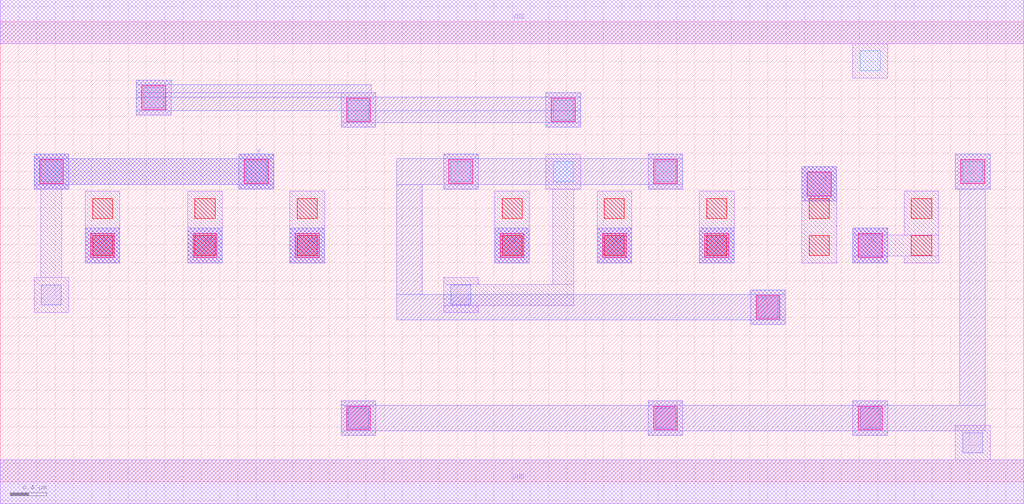
<source format=lef>
MACRO AAOAI3221
 CLASS CORE ;
 FOREIGN AAOAI3221 0 0 ;
 SIZE 11.200000000000001 BY 5.04 ;
 ORIGIN 0 0 ;
 SYMMETRY X Y R90 ;
 SITE unit ;
  PIN VDD
   DIRECTION INOUT ;
   USE POWER ;
   SHAPE ABUTMENT ;
    PORT
     CLASS CORE ;
       LAYER met1 ;
        RECT 0.00000000 4.80000000 11.20000000 5.28000000 ;
    END
  END VDD

  PIN GND
   DIRECTION INOUT ;
   USE POWER ;
   SHAPE ABUTMENT ;
    PORT
     CLASS CORE ;
       LAYER met1 ;
        RECT 0.00000000 -0.24000000 11.20000000 0.24000000 ;
    END
  END GND

  PIN Y
   DIRECTION INOUT ;
   USE SIGNAL ;
   SHAPE ABUTMENT ;
    PORT
     CLASS CORE ;
       LAYER met2 ;
        RECT 0.37000000 3.20700000 0.75000000 3.25700000 ;
        RECT 2.61000000 3.20700000 2.99000000 3.25700000 ;
        RECT 0.37000000 3.25700000 2.99000000 3.53700000 ;
        RECT 0.37000000 3.53700000 0.75000000 3.58700000 ;
        RECT 2.61000000 3.53700000 2.99000000 3.58700000 ;
    END
  END Y

  PIN C
   DIRECTION INOUT ;
   USE SIGNAL ;
   SHAPE ABUTMENT ;
    PORT
     CLASS CORE ;
       LAYER met2 ;
        RECT 7.65000000 2.39700000 8.03000000 2.77700000 ;
    END
  END C

  PIN A2
   DIRECTION INOUT ;
   USE SIGNAL ;
   SHAPE ABUTMENT ;
    PORT
     CLASS CORE ;
       LAYER met2 ;
        RECT 3.17000000 2.39700000 3.55000000 2.77700000 ;
    END
  END A2

  PIN C1
   DIRECTION INOUT ;
   USE SIGNAL ;
   SHAPE ABUTMENT ;
    PORT
     CLASS CORE ;
       LAYER met2 ;
        RECT 8.77000000 3.07200000 9.15000000 3.45200000 ;
    END
  END C1

  PIN D
   DIRECTION INOUT ;
   USE SIGNAL ;
   SHAPE ABUTMENT ;
    PORT
     CLASS CORE ;
       LAYER met2 ;
        RECT 9.33000000 2.39700000 9.71000000 2.77700000 ;
    END
  END D

  PIN A
   DIRECTION INOUT ;
   USE SIGNAL ;
   SHAPE ABUTMENT ;
    PORT
     CLASS CORE ;
       LAYER met2 ;
        RECT 0.93000000 2.39700000 1.31000000 2.77700000 ;
    END
  END A

  PIN A1
   DIRECTION INOUT ;
   USE SIGNAL ;
   SHAPE ABUTMENT ;
    PORT
     CLASS CORE ;
       LAYER met2 ;
        RECT 2.05000000 2.39700000 2.43000000 2.77700000 ;
    END
  END A1

  PIN B
   DIRECTION INOUT ;
   USE SIGNAL ;
   SHAPE ABUTMENT ;
    PORT
     CLASS CORE ;
       LAYER met2 ;
        RECT 5.41000000 2.39700000 5.79000000 2.77700000 ;
    END
  END B

  PIN B1
   DIRECTION INOUT ;
   USE SIGNAL ;
   SHAPE ABUTMENT ;
    PORT
     CLASS CORE ;
       LAYER met2 ;
        RECT 6.53000000 2.39700000 6.91000000 2.77700000 ;
    END
  END B1

 OBS
    LAYER polycont ;
     RECT 1.01000000 2.47700000 1.23000000 2.69700000 ;
     RECT 2.13000000 2.47700000 2.35000000 2.69700000 ;
     RECT 3.25000000 2.47700000 3.47000000 2.69700000 ;
     RECT 5.49000000 2.47700000 5.71000000 2.69700000 ;
     RECT 6.61000000 2.47700000 6.83000000 2.69700000 ;
     RECT 7.73000000 2.47700000 7.95000000 2.69700000 ;
     RECT 8.85000000 2.47700000 9.07000000 2.69700000 ;
     RECT 9.97000000 2.47700000 10.19000000 2.69700000 ;
     RECT 1.01000000 2.88200000 1.23000000 3.10200000 ;
     RECT 2.13000000 2.88200000 2.35000000 3.10200000 ;
     RECT 3.25000000 2.88200000 3.47000000 3.10200000 ;
     RECT 5.49000000 2.88200000 5.71000000 3.10200000 ;
     RECT 6.61000000 2.88200000 6.83000000 3.10200000 ;
     RECT 7.73000000 2.88200000 7.95000000 3.10200000 ;
     RECT 8.85000000 2.88200000 9.07000000 3.10200000 ;
     RECT 9.97000000 2.88200000 10.19000000 3.10200000 ;

    LAYER pdiffc ;
     RECT 0.45000000 3.28700000 0.67000000 3.50700000 ;
     RECT 2.69000000 3.28700000 2.91000000 3.50700000 ;
     RECT 4.93000000 3.28700000 5.15000000 3.50700000 ;
     RECT 6.05000000 3.28700000 6.27000000 3.50700000 ;
     RECT 7.17000000 3.28700000 7.39000000 3.50700000 ;
     RECT 10.53000000 3.28700000 10.75000000 3.50700000 ;
     RECT 3.81000000 3.96200000 4.03000000 4.18200000 ;
     RECT 6.05000000 3.96200000 6.27000000 4.18200000 ;
     RECT 1.57000000 4.09700000 1.79000000 4.31700000 ;
     RECT 9.41000000 4.50200000 9.63000000 4.72200000 ;

    LAYER ndiffc ;
     RECT 10.53000000 0.31700000 10.75000000 0.53700000 ;
     RECT 3.81000000 0.58700000 4.03000000 0.80700000 ;
     RECT 7.17000000 0.58700000 7.39000000 0.80700000 ;
     RECT 9.41000000 0.58700000 9.63000000 0.80700000 ;
     RECT 8.29000000 1.80200000 8.51000000 2.02200000 ;
     RECT 0.45000000 1.93700000 0.67000000 2.15700000 ;
     RECT 4.93000000 1.93700000 5.15000000 2.15700000 ;

    LAYER met1 ;
     RECT 0.00000000 -0.24000000 11.20000000 0.24000000 ;
     RECT 10.45000000 0.24000000 10.83000000 0.61700000 ;
     RECT 3.73000000 0.50700000 4.11000000 0.88700000 ;
     RECT 7.09000000 0.50700000 7.47000000 0.88700000 ;
     RECT 9.33000000 0.50700000 9.71000000 0.88700000 ;
     RECT 8.21000000 1.72200000 8.59000000 2.10200000 ;
     RECT 0.93000000 2.39700000 1.31000000 3.18200000 ;
     RECT 2.05000000 2.39700000 2.43000000 3.18200000 ;
     RECT 3.17000000 2.39700000 3.55000000 3.18200000 ;
     RECT 5.41000000 2.39700000 5.79000000 3.18200000 ;
     RECT 6.53000000 2.39700000 6.91000000 3.18200000 ;
     RECT 7.65000000 2.39700000 8.03000000 3.18200000 ;
     RECT 9.33000000 2.39700000 9.71000000 2.47200000 ;
     RECT 9.89000000 2.39700000 10.27000000 2.47200000 ;
     RECT 9.33000000 2.47200000 10.27000000 2.70200000 ;
     RECT 9.33000000 2.70200000 9.71000000 2.77700000 ;
     RECT 9.89000000 2.70200000 10.27000000 3.18200000 ;
     RECT 8.77000000 2.39700000 9.15000000 3.45200000 ;
     RECT 0.37000000 1.85700000 0.75000000 2.23700000 ;
     RECT 0.44500000 2.23700000 0.67500000 3.20700000 ;
     RECT 0.37000000 3.20700000 0.75000000 3.58700000 ;
     RECT 2.61000000 3.20700000 2.99000000 3.58700000 ;
     RECT 4.85000000 3.20700000 5.23000000 3.58700000 ;
     RECT 4.85000000 1.85700000 5.23000000 1.93200000 ;
     RECT 4.85000000 1.93200000 6.27500000 2.16200000 ;
     RECT 4.85000000 2.16200000 5.23000000 2.23700000 ;
     RECT 6.04500000 2.16200000 6.27500000 3.20700000 ;
     RECT 5.97000000 3.20700000 6.35000000 3.58700000 ;
     RECT 7.09000000 3.20700000 7.47000000 3.58700000 ;
     RECT 10.45000000 3.20700000 10.83000000 3.58700000 ;
     RECT 3.73000000 3.88200000 4.11000000 4.26200000 ;
     RECT 5.97000000 3.88200000 6.35000000 4.26200000 ;
     RECT 1.49000000 4.01700000 1.87000000 4.39700000 ;
     RECT 9.33000000 4.42200000 9.71000000 4.80000000 ;
     RECT 0.00000000 4.80000000 11.20000000 5.28000000 ;

    LAYER via1 ;
     RECT 3.79000000 0.56700000 4.05000000 0.82700000 ;
     RECT 7.15000000 0.56700000 7.41000000 0.82700000 ;
     RECT 9.39000000 0.56700000 9.65000000 0.82700000 ;
     RECT 8.27000000 1.78200000 8.53000000 2.04200000 ;
     RECT 0.99000000 2.45700000 1.25000000 2.71700000 ;
     RECT 2.11000000 2.45700000 2.37000000 2.71700000 ;
     RECT 3.23000000 2.45700000 3.49000000 2.71700000 ;
     RECT 5.47000000 2.45700000 5.73000000 2.71700000 ;
     RECT 6.59000000 2.45700000 6.85000000 2.71700000 ;
     RECT 7.71000000 2.45700000 7.97000000 2.71700000 ;
     RECT 9.39000000 2.45700000 9.65000000 2.71700000 ;
     RECT 8.83000000 3.13200000 9.09000000 3.39200000 ;
     RECT 0.43000000 3.26700000 0.69000000 3.52700000 ;
     RECT 2.67000000 3.26700000 2.93000000 3.52700000 ;
     RECT 4.91000000 3.26700000 5.17000000 3.52700000 ;
     RECT 7.15000000 3.26700000 7.41000000 3.52700000 ;
     RECT 10.51000000 3.26700000 10.77000000 3.52700000 ;
     RECT 3.79000000 3.94200000 4.05000000 4.20200000 ;
     RECT 6.03000000 3.94200000 6.29000000 4.20200000 ;
     RECT 1.55000000 4.07700000 1.81000000 4.33700000 ;

    LAYER met2 ;
     RECT 0.93000000 2.39700000 1.31000000 2.77700000 ;
     RECT 2.05000000 2.39700000 2.43000000 2.77700000 ;
     RECT 3.17000000 2.39700000 3.55000000 2.77700000 ;
     RECT 5.41000000 2.39700000 5.79000000 2.77700000 ;
     RECT 6.53000000 2.39700000 6.91000000 2.77700000 ;
     RECT 7.65000000 2.39700000 8.03000000 2.77700000 ;
     RECT 9.33000000 2.39700000 9.71000000 2.77700000 ;
     RECT 8.77000000 3.07200000 9.15000000 3.45200000 ;
     RECT 0.37000000 3.20700000 0.75000000 3.25700000 ;
     RECT 2.61000000 3.20700000 2.99000000 3.25700000 ;
     RECT 0.37000000 3.25700000 2.99000000 3.53700000 ;
     RECT 0.37000000 3.53700000 0.75000000 3.58700000 ;
     RECT 2.61000000 3.53700000 2.99000000 3.58700000 ;
     RECT 8.21000000 1.72200000 8.59000000 1.77200000 ;
     RECT 4.34000000 1.77200000 8.59000000 2.05200000 ;
     RECT 8.21000000 2.05200000 8.59000000 2.10200000 ;
     RECT 4.34000000 2.05200000 4.62000000 3.25700000 ;
     RECT 4.85000000 3.20700000 5.23000000 3.25700000 ;
     RECT 7.09000000 3.20700000 7.47000000 3.25700000 ;
     RECT 4.34000000 3.25700000 7.47000000 3.53700000 ;
     RECT 4.85000000 3.53700000 5.23000000 3.58700000 ;
     RECT 7.09000000 3.53700000 7.47000000 3.58700000 ;
     RECT 3.73000000 0.50700000 4.11000000 0.55700000 ;
     RECT 7.09000000 0.50700000 7.47000000 0.55700000 ;
     RECT 9.33000000 0.50700000 9.71000000 0.55700000 ;
     RECT 3.73000000 0.55700000 10.78000000 0.83700000 ;
     RECT 3.73000000 0.83700000 4.11000000 0.88700000 ;
     RECT 7.09000000 0.83700000 7.47000000 0.88700000 ;
     RECT 9.33000000 0.83700000 9.71000000 0.88700000 ;
     RECT 10.50000000 0.83700000 10.78000000 3.20700000 ;
     RECT 10.45000000 3.20700000 10.83000000 3.58700000 ;
     RECT 3.73000000 3.88200000 4.11000000 3.93200000 ;
     RECT 5.97000000 3.88200000 6.35000000 3.93200000 ;
     RECT 1.49000000 4.01700000 1.87000000 4.06700000 ;
     RECT 3.73000000 3.93200000 6.35000000 4.06700000 ;
     RECT 1.49000000 4.06700000 6.35000000 4.21200000 ;
     RECT 1.49000000 4.21200000 4.11000000 4.26200000 ;
     RECT 5.97000000 4.21200000 6.35000000 4.26200000 ;
     RECT 1.49000000 4.26200000 4.06000000 4.34700000 ;
     RECT 1.49000000 4.34700000 1.87000000 4.39700000 ;

 END
END AAOAI3221

</source>
